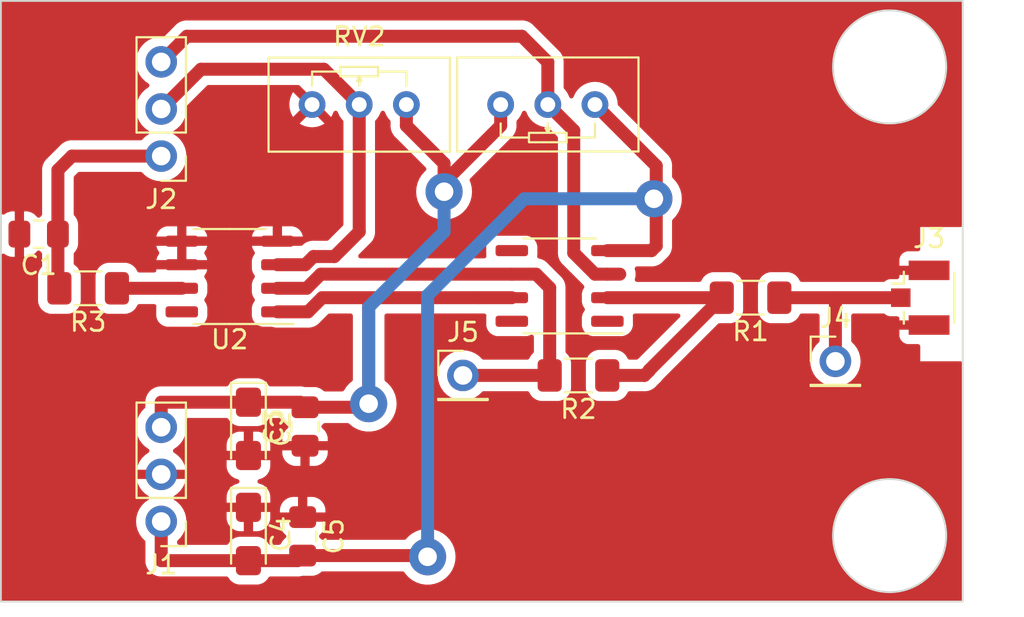
<source format=kicad_pcb>
(kicad_pcb (version 20221018) (generator pcbnew)
  (layers (0 "F.Cu" signal) (31 "B.Cu" signal) (34 "B.Paste" user) (35 "F.Paste" user) (36 "B.SilkS" user "B.Silkscreen") (37 "F.SilkS" user "F.Silkscreen") (38 "B.Mask" user) (39 "F.Mask" user) (44 "Edge.Cuts" user))
  (net 0 "")
  (net 1 "Out")
  (net 2 "GND")
  (net 3 "+5V")
  (net 4 "-5V")
  (net 5 "Pot2")
  (net 6 "Pot1")
  (net 7 "Net-(J5-Pin_1)")
  (net 8 "Net-(U1--)")
  (net 9 "Net-(R3-Pad1)")
  (net 14 "Net-(J3-In)")
  (footprint "Connector_PinHeader_2.54mm:PinHeader_1x01_P2.54mm_Vertical" (layer "F.Cu") (at 111.633 71.755)
    (fp_text reference "J5" (at 0 -2.33) (layer "F.SilkS"))
    (fp_text value "Conn_01x01_Pin")
    (fp_line (start -1.33 -1.33) (end 0 -1.33) (stroke (width 0.12)) (layer "F.SilkS"))
    (fp_line (start -1.33 0) (end -1.33 -1.33) (stroke (width 0.12)) (layer "F.SilkS"))
    (fp_line (start -1.33 1.27) (end -1.33 1.33) (stroke (width 0.12)) (layer "F.SilkS"))
    (fp_line (start -1.33 1.27) (end 1.33 1.27) (stroke (width 0.12)) (layer "F.SilkS"))
    (fp_line (start -1.33 1.33) (end 1.33 1.33) (stroke (width 0.12)) (layer "F.SilkS"))
    (fp_line (start 1.33 1.27) (end 1.33 1.33) (stroke (width 0.12)) (layer "F.SilkS"))
    (pad "1" thru_hole circle (at 0 0) (size 1.7 1.7) (drill 1) (layers "*.Cu" "*.Mask") (net 7 "Net-(J5-Pin_1)"))
  )
  (footprint "Connector_PinHeader_2.54mm:PinHeader_1x01_P2.54mm_Vertical" (layer "F.Cu") (at 131.699 70.993)
    (fp_text reference "J4" (at 0 -2.33) (layer "F.SilkS"))
    (fp_text value "Conn_01x01_Pin")
    (fp_line (start -1.33 -1.33) (end 0 -1.33) (stroke (width 0.12)) (layer "F.SilkS"))
    (fp_line (start -1.33 0) (end -1.33 -1.33) (stroke (width 0.12)) (layer "F.SilkS"))
    (fp_line (start -1.33 1.27) (end -1.33 1.33) (stroke (width 0.12)) (layer "F.SilkS"))
    (fp_line (start -1.33 1.27) (end 1.33 1.27) (stroke (width 0.12)) (layer "F.SilkS"))
    (fp_line (start -1.33 1.33) (end 1.33 1.33) (stroke (width 0.12)) (layer "F.SilkS"))
    (fp_line (start 1.33 1.27) (end 1.33 1.33) (stroke (width 0.12)) (layer "F.SilkS"))
    (pad "1" thru_hole circle (at 0 0) (size 1.7 1.7) (drill 1) (layers "*.Cu" "*.Mask") (net 14 "Net-(J3-In)"))
  )
  (footprint "PCM_Potentiometer_THT_AKL:Potentiometer_Bourns_3296W_Vertical" (layer "F.Cu") (at 108.585 57.15)
    (fp_text reference "RV2" (at -2.54 -3.66) (layer "F.SilkS"))
    (fp_text value "R_Potentiometer" hide)
    (fp_line (start -7.425 -2.53) (end -7.425 2.54) (stroke (width 0.12)) (layer "F.SilkS"))
    (fp_line (start -7.425 -2.53) (end 2.345 -2.53) (stroke (width 0.12)) (layer "F.SilkS"))
    (fp_line (start -7.425 2.54) (end 2.345 2.54) (stroke (width 0.12)) (layer "F.SilkS"))
    (fp_line (start -5.08 -1.778) (end -5.08 -1.016) (stroke (width 0.12)) (layer "F.SilkS"))
    (fp_line (start -3.556 -1.778) (end -5.08 -1.778) (stroke (width 0.12)) (layer "F.SilkS"))
    (fp_line (start -2.54 -1.524) (end -2.54 -1.016) (stroke (width 0.12)) (layer "F.SilkS"))
    (fp_line (start -1.524 -1.778) (end 0 -1.778) (stroke (width 0.12)) (layer "F.SilkS"))
    (fp_line (start 0 -1.778) (end 0 -1.016) (stroke (width 0.12)) (layer "F.SilkS"))
    (fp_line (start 2.345 -2.53) (end 2.345 2.54) (stroke (width 0.12)) (layer "F.SilkS"))
    (fp_rect (start -3.556 -2.032) (end -1.524 -1.524) (stroke (width 0.12)) (fill none) (layer "F.SilkS"))
    (fp_poly (pts (xy -2.413 -1.27) (xy -2.667 -1.27) (xy -2.54 -1.524)) (stroke (width 0.12)) (fill solid) (layer "F.SilkS"))
    (pad "1" thru_hole circle (at 0 0) (size 1.44 1.44) (drill 0.8) (layers "*.Cu" "*.Mask") (net 3 "+5V"))
    (pad "2" thru_hole circle (at -2.54 0) (size 1.44 1.44) (drill 0.8) (layers "*.Cu" "*.Mask") (net 5 "Pot2"))
    (pad "3" thru_hole circle (at -5.08 0) (size 1.44 1.44) (drill 0.8) (layers "*.Cu" "*.Mask") (net 2 "GND"))
  )
  (footprint "Capacitor_SMD:C_0805_2012Metric_Pad1.18x1.45mm_HandSolder" (layer "F.Cu") (at 88.773 64.135 180)
    (fp_text reference "C1" (at 0 -1.68) (layer "F.SilkS"))
    (fp_text value "16пф")
    (fp_line (start -0.261252 -0.735) (end 0.261252 -0.735) (stroke (width 0.12)) (layer "F.SilkS"))
    (fp_line (start -0.261252 0.735) (end 0.261252 0.735) (stroke (width 0.12)) (layer "F.SilkS"))
    (pad "1" smd roundrect (at -1.0375 0 180) (size 1.175 1.45) (layers "F.Cu" "F.Paste" "F.Mask") (roundrect_rratio 0.212766) (net 1 "Out"))
    (pad "2" smd roundrect (at 1.0375 0 180) (size 1.175 1.45) (layers "F.Cu" "F.Paste" "F.Mask") (roundrect_rratio 0.212766) (net 2 "GND"))
  )
  (footprint "Capacitor_Tantalum_SMD:CP_EIA-3216-18_Kemet-A_Pad1.58x1.35mm_HandSolder" (layer "F.Cu") (at 100.076 80.3045 -90)
    (fp_text reference "C4" (at 0 -1.75 90) (layer "F.SilkS"))
    (fp_text value "C_Polarized")
    (fp_line (start -2.485 -0.935) (end -2.485 0.935) (stroke (width 0.12)) (layer "F.SilkS"))
    (fp_line (start -2.485 0.935) (end 1.6 0.935) (stroke (width 0.12)) (layer "F.SilkS"))
    (fp_line (start 1.6 -0.935) (end -2.485 -0.935) (stroke (width 0.12)) (layer "F.SilkS"))
    (pad "1" smd roundrect (at -1.4375 0 270) (size 1.575 1.35) (layers "F.Cu" "F.Paste" "F.Mask") (roundrect_rratio 0.185185) (net 2 "GND"))
    (pad "2" smd roundrect (at 1.4375 0 270) (size 1.575 1.35) (layers "F.Cu" "F.Paste" "F.Mask") (roundrect_rratio 0.185185) (net 4 "-5V"))
  )
  (footprint "Capacitor_Tantalum_SMD:CP_EIA-3216-18_Kemet-A_Pad1.58x1.35mm_HandSolder" (layer "F.Cu") (at 100.076 74.6355 -90)
    (fp_text reference "C2" (at 0 -1.75 90) (layer "F.SilkS"))
    (fp_text value "C_Polarized")
    (fp_line (start -2.485 -0.935) (end -2.485 0.935) (stroke (width 0.12)) (layer "F.SilkS"))
    (fp_line (start -2.485 0.935) (end 1.6 0.935) (stroke (width 0.12)) (layer "F.SilkS"))
    (fp_line (start 1.6 -0.935) (end -2.485 -0.935) (stroke (width 0.12)) (layer "F.SilkS"))
    (pad "1" smd roundrect (at -1.4375 0 270) (size 1.575 1.35) (layers "F.Cu" "F.Paste" "F.Mask") (roundrect_rratio 0.185185) (net 3 "+5V"))
    (pad "2" smd roundrect (at 1.4375 0 270) (size 1.575 1.35) (layers "F.Cu" "F.Paste" "F.Mask") (roundrect_rratio 0.185185) (net 2 "GND"))
  )
  (footprint "Capacitor_SMD:C_0805_2012Metric_Pad1.18x1.45mm_HandSolder" (layer "F.Cu") (at 103.124 74.5085 90)
    (fp_text reference "C3" (at 0 -1.68 90) (layer "F.SilkS"))
    (fp_text value "C")
    (fp_line (start -0.261252 -0.735) (end 0.261252 -0.735) (stroke (width 0.12)) (layer "F.SilkS"))
    (fp_line (start -0.261252 0.735) (end 0.261252 0.735) (stroke (width 0.12)) (layer "F.SilkS"))
    (pad "1" smd roundrect (at -1.0375 0 90) (size 1.175 1.45) (layers "F.Cu" "F.Paste" "F.Mask") (roundrect_rratio 0.212766) (net 2 "GND"))
    (pad "2" smd roundrect (at 1.0375 0 90) (size 1.175 1.45) (layers "F.Cu" "F.Paste" "F.Mask") (roundrect_rratio 0.212766) (net 3 "+5V"))
  )
  (footprint "Connector_PinHeader_2.54mm:PinHeader_1x03_P2.54mm_Vertical" (layer "F.Cu") (at 95.377 79.629 180)
    (fp_text reference "J1" (at 0 -2.33) (layer "F.SilkS"))
    (fp_text value "Conn_01x03_Pin")
    (fp_line (start -1.33 -1.33) (end 0 -1.33) (stroke (width 0.12)) (layer "F.SilkS"))
    (fp_line (start -1.33 0) (end -1.33 -1.33) (stroke (width 0.12)) (layer "F.SilkS"))
    (fp_line (start -1.33 1.27) (end -1.33 6.41) (stroke (width 0.12)) (layer "F.SilkS"))
    (fp_line (start -1.33 1.27) (end 1.33 1.27) (stroke (width 0.12)) (layer "F.SilkS"))
    (fp_line (start -1.33 6.41) (end 1.33 6.41) (stroke (width 0.12)) (layer "F.SilkS"))
    (fp_line (start 1.33 1.27) (end 1.33 6.41) (stroke (width 0.12)) (layer "F.SilkS"))
    (pad "1" thru_hole circle (at 0 0 180) (size 1.7 1.7) (drill 1) (layers "*.Cu" "*.Mask") (net 4 "-5V"))
    (pad "2" thru_hole oval (at 0 2.54 180) (size 1.7 1.7) (drill 1) (layers "*.Cu" "*.Mask") (net 2 "GND"))
    (pad "3" thru_hole oval (at 0 5.08 180) (size 1.7 1.7) (drill 1) (layers "*.Cu" "*.Mask") (net 3 "+5V"))
  )
  (footprint "Capacitor_SMD:C_0805_2012Metric_Pad1.18x1.45mm_HandSolder" (layer "F.Cu") (at 102.997 80.4315 -90)
    (fp_text reference "C5" (at 0 -1.68 90) (layer "F.SilkS"))
    (fp_text value "C")
    (fp_line (start -0.261252 -0.735) (end 0.261252 -0.735) (stroke (width 0.12)) (layer "F.SilkS"))
    (fp_line (start -0.261252 0.735) (end 0.261252 0.735) (stroke (width 0.12)) (layer "F.SilkS"))
    (pad "1" smd roundrect (at -1.0375 0 270) (size 1.175 1.45) (layers "F.Cu" "F.Paste" "F.Mask") (roundrect_rratio 0.212766) (net 2 "GND"))
    (pad "2" smd roundrect (at 1.0375 0 270) (size 1.175 1.45) (layers "F.Cu" "F.Paste" "F.Mask") (roundrect_rratio 0.212766) (net 4 "-5V"))
  )
  (footprint "Connector_PinHeader_2.54mm:PinHeader_1x03_P2.54mm_Vertical" (layer "F.Cu") (at 95.377 59.929 180)
    (fp_text reference "J2" (at 0 -2.33) (layer "F.SilkS"))
    (fp_text value "Conn_01x03_Pin")
    (fp_line (start -1.33 -1.33) (end 0 -1.33) (stroke (width 0.12)) (layer "F.SilkS"))
    (fp_line (start -1.33 0) (end -1.33 -1.33) (stroke (width 0.12)) (layer "F.SilkS"))
    (fp_line (start -1.33 1.27) (end -1.33 6.41) (stroke (width 0.12)) (layer "F.SilkS"))
    (fp_line (start -1.33 1.27) (end 1.33 1.27) (stroke (width 0.12)) (layer "F.SilkS"))
    (fp_line (start -1.33 6.41) (end 1.33 6.41) (stroke (width 0.12)) (layer "F.SilkS"))
    (fp_line (start 1.33 1.27) (end 1.33 6.41) (stroke (width 0.12)) (layer "F.SilkS"))
    (pad "1" thru_hole circle (at 0 0 180) (size 1.7 1.7) (drill 1) (layers "*.Cu" "*.Mask") (net 1 "Out"))
    (pad "2" thru_hole oval (at 0 2.54 180) (size 1.7 1.7) (drill 1) (layers "*.Cu" "*.Mask") (net 5 "Pot2"))
    (pad "3" thru_hole oval (at 0 5.08 180) (size 1.7 1.7) (drill 1) (layers "*.Cu" "*.Mask") (net 6 "Pot1"))
  )
  (footprint "PCM_Potentiometer_THT_AKL:Potentiometer_Bourns_3296W_Vertical" (layer "F.Cu") (at 113.665 57.15 180)
    (fp_text reference "RV1" hide)
    (fp_text value "R_Potentiometer" hide)
    (fp_line (start -7.425 -2.53) (end -7.425 2.54) (stroke (width 0.12)) (layer "F.SilkS"))
    (fp_line (start -7.425 -2.53) (end 2.345 -2.53) (stroke (width 0.12)) (layer "F.SilkS"))
    (fp_line (start -7.425 2.54) (end 2.345 2.54) (stroke (width 0.12)) (layer "F.SilkS"))
    (fp_line (start -5.08 -1.778) (end -5.08 -1.016) (stroke (width 0.12)) (layer "F.SilkS"))
    (fp_line (start -3.556 -1.778) (end -5.08 -1.778) (stroke (width 0.12)) (layer "F.SilkS"))
    (fp_line (start -2.54 -1.524) (end -2.54 -1.016) (stroke (width 0.12)) (layer "F.SilkS"))
    (fp_line (start -1.524 -1.778) (end 0 -1.778) (stroke (width 0.12)) (layer "F.SilkS"))
    (fp_line (start 0 -1.778) (end 0 -1.016) (stroke (width 0.12)) (layer "F.SilkS"))
    (fp_line (start 2.345 -2.53) (end 2.345 2.54) (stroke (width 0.12)) (layer "F.SilkS"))
    (fp_rect (start -3.556 -2.032) (end -1.524 -1.524) (stroke (width 0.12)) (fill none) (layer "F.SilkS"))
    (fp_poly (pts (xy -2.413 -1.27) (xy -2.667 -1.27) (xy -2.54 -1.524)) (stroke (width 0.12)) (fill solid) (layer "F.SilkS"))
    (pad "1" thru_hole circle (at 0 0 180) (size 1.44 1.44) (drill 0.8) (layers "*.Cu" "*.Mask") (net 3 "+5V"))
    (pad "2" thru_hole circle (at -2.54 0 180) (size 1.44 1.44) (drill 0.8) (layers "*.Cu" "*.Mask") (net 6 "Pot1"))
    (pad "3" thru_hole circle (at -5.08 0 180) (size 1.44 1.44) (drill 0.8) (layers "*.Cu" "*.Mask") (net 4 "-5V"))
  )
  (footprint "Package_SO:SO-8_3.9x4.9mm_P1.27mm" (layer "F.Cu") (at 99.06 66.421 180)
    (fp_text reference "U2" (at 0 -3.4) (layer "F.SilkS"))
    (fp_text value "AD8611ARZ")
    (fp_line (start 0 -2.56) (end -3.45 -2.56) (stroke (width 0.12)) (layer "F.SilkS"))
    (fp_line (start 0 -2.56) (end 1.95 -2.56) (stroke (width 0.12)) (layer "F.SilkS"))
    (fp_line (start 0 2.56) (end -1.95 2.56) (stroke (width 0.12)) (layer "F.SilkS"))
    (fp_line (start 0 2.56) (end 1.95 2.56) (stroke (width 0.12)) (layer "F.SilkS"))
    (pad "1" smd roundrect (at -2.575 -1.905 180) (size 1.75 0.6) (layers "F.Cu" "F.Paste" "F.Mask") (net 3 "+5V"))
    (pad "2" smd roundrect (at -2.575 -0.635 180) (size 1.75 0.6) (layers "F.Cu" "F.Paste" "F.Mask") (net 7 "Net-(J5-Pin_1)"))
    (pad "3" smd roundrect (at -2.575 0.635 180) (size 1.75 0.6) (layers "F.Cu" "F.Paste" "F.Mask") (net 5 "Pot2"))
    (pad "4" smd roundrect (at -2.575 1.905 180) (size 1.75 0.6) (layers "F.Cu" "F.Paste" "F.Mask") (net 2 "GND"))
    (pad "5" smd roundrect (at 2.575 1.905 180) (size 1.75 0.6) (layers "F.Cu" "F.Paste" "F.Mask") (net 2 "GND"))
    (pad "6" smd roundrect (at 2.575 0.635 180) (size 1.75 0.6) (layers "F.Cu" "F.Paste" "F.Mask") (net 2 "GND"))
    (pad "7" smd roundrect (at 2.575 -0.635 180) (size 1.75 0.6) (layers "F.Cu" "F.Paste" "F.Mask") (net 9 "Net-(R3-Pad1)"))
    (pad "8" smd roundrect (at 2.575 -1.905 180) (size 1.75 0.6) (layers "F.Cu" "F.Paste" "F.Mask"))
  )
  (footprint "Package_SO:SO-8_3.9x4.9mm_P1.27mm" (layer "F.Cu") (at 116.84 66.929 180)
    (fp_text reference "U1" hide)
    (fp_text value "AD8055AR")
    (fp_line (start 0 -2.56) (end -3.45 -2.56) (stroke (width 0.12)) (layer "F.SilkS"))
    (fp_line (start 0 -2.56) (end 1.95 -2.56) (stroke (width 0.12)) (layer "F.SilkS"))
    (fp_line (start 0 2.56) (end -1.95 2.56) (stroke (width 0.12)) (layer "F.SilkS"))
    (fp_line (start 0 2.56) (end 1.95 2.56) (stroke (width 0.12)) (layer "F.SilkS"))
    (pad "1" smd roundrect (at -2.575 -1.905 180) (size 1.75 0.6) (layers "F.Cu" "F.Paste" "F.Mask"))
    (pad "2" smd roundrect (at -2.575 -0.635 180) (size 1.75 0.6) (layers "F.Cu" "F.Paste" "F.Mask") (net 8 "Net-(U1--)"))
    (pad "3" smd roundrect (at -2.575 0.635 180) (size 1.75 0.6) (layers "F.Cu" "F.Paste" "F.Mask") (net 6 "Pot1"))
    (pad "4" smd roundrect (at -2.575 1.905 180) (size 1.75 0.6) (layers "F.Cu" "F.Paste" "F.Mask") (net 4 "-5V"))
    (pad "5" smd roundrect (at 2.575 1.905 180) (size 1.75 0.6) (layers "F.Cu" "F.Paste" "F.Mask"))
    (pad "6" smd roundrect (at 2.575 0.635 180) (size 1.75 0.6) (layers "F.Cu" "F.Paste" "F.Mask") (net 7 "Net-(J5-Pin_1)"))
    (pad "7" smd roundrect (at 2.575 -0.635 180) (size 1.75 0.6) (layers "F.Cu" "F.Paste" "F.Mask") (net 3 "+5V"))
    (pad "8" smd roundrect (at 2.575 -1.905 180) (size 1.75 0.6) (layers "F.Cu" "F.Paste" "F.Mask"))
  )
  (footprint "Resistor_SMD:R_1206_3216Metric_Pad1.30x1.75mm_HandSolder" (layer "F.Cu") (at 91.44 67.056 180)
    (fp_text reference "R3" (at 0 -1.82) (layer "F.SilkS"))
    (fp_text value "10KОм")
    (fp_line (start -0.727064 -0.91) (end 0.727064 -0.91) (stroke (width 0.12)) (layer "F.SilkS"))
    (fp_line (start -0.727064 0.91) (end 0.727064 0.91) (stroke (width 0.12)) (layer "F.SilkS"))
    (pad "1" smd roundrect (at -1.55 0 180) (size 1.3 1.75) (layers "F.Cu" "F.Paste" "F.Mask") (roundrect_rratio 0.192308) (net 9 "Net-(R3-Pad1)"))
    (pad "2" smd roundrect (at 1.55 0 180) (size 1.3 1.75) (layers "F.Cu" "F.Paste" "F.Mask") (roundrect_rratio 0.192308) (net 1 "Out"))
  )
  (footprint "Connector_Coaxial:U.FL_Hirose_U.FL-R-SMT-1_Vertical" (layer "F.Cu") (at 136.271 67.564)
    (fp_text reference "J3" (at 0.475 -3.2) (layer "F.SilkS"))
    (fp_text value "Conn_Coaxial")
    (fp_line (start -0.885 -1.4) (end -0.885 -0.76) (stroke (width 0.12)) (layer "F.SilkS"))
    (fp_line (start -0.885 -0.76) (end -1.515 -0.76) (stroke (width 0.12)) (layer "F.SilkS"))
    (fp_line (start -0.885 1.4) (end -0.885 0.76) (stroke (width 0.12)) (layer "F.SilkS"))
    (fp_line (start 1.835 -1.35) (end 1.835 1.35) (stroke (width 0.12)) (layer "F.SilkS"))
    (pad "1" smd rect (at -1.05 0) (size 1.05 1) (layers "F.Cu" "F.Paste" "F.Mask") (net 14 "Net-(J3-In)"))
    (pad "2" smd rect (at 0.475 -1.475) (size 2.2 1.05) (layers "F.Cu" "F.Paste" "F.Mask") (net 2 "GND"))
    (pad "2" smd rect (at 0.475 1.475) (size 2.2 1.05) (layers "F.Cu" "F.Paste" "F.Mask") (net 2 "GND"))
  )
  (footprint "Resistor_SMD:R_1206_3216Metric_Pad1.30x1.75mm_HandSolder" (layer "F.Cu") (at 127.127 67.564 180)
    (fp_text reference "R1" (at 0 -1.82) (layer "F.SilkS"))
    (fp_text value "R")
    (fp_line (start -0.727064 -0.91) (end 0.727064 -0.91) (stroke (width 0.12)) (layer "F.SilkS"))
    (fp_line (start -0.727064 0.91) (end 0.727064 0.91) (stroke (width 0.12)) (layer "F.SilkS"))
    (pad "1" smd roundrect (at -1.55 0 180) (size 1.3 1.75) (layers "F.Cu" "F.Paste" "F.Mask") (roundrect_rratio 0.192308) (net 14 "Net-(J3-In)"))
    (pad "2" smd roundrect (at 1.55 0 180) (size 1.3 1.75) (layers "F.Cu" "F.Paste" "F.Mask") (roundrect_rratio 0.192308) (net 8 "Net-(U1--)"))
  )
  (footprint "Resistor_SMD:R_1206_3216Metric_Pad1.30x1.75mm_HandSolder" (layer "F.Cu") (at 117.856 71.755 180)
    (fp_text reference "R2" (at 0 -1.82) (layer "F.SilkS"))
    (fp_text value "R")
    (fp_line (start -0.727064 -0.91) (end 0.727064 -0.91) (stroke (width 0.12)) (layer "F.SilkS"))
    (fp_line (start -0.727064 0.91) (end 0.727064 0.91) (stroke (width 0.12)) (layer "F.SilkS"))
    (pad "1" smd roundrect (at -1.55 0 180) (size 1.3 1.75) (layers "F.Cu" "F.Paste" "F.Mask") (roundrect_rratio 0.192308) (net 8 "Net-(U1--)"))
    (pad "2" smd roundrect (at 1.55 0 180) (size 1.3 1.75) (layers "F.Cu" "F.Paste" "F.Mask") (roundrect_rratio 0.192308) (net 7 "Net-(J5-Pin_1)"))
  )
  (gr_circle (center 134.62 80.391) (end 134.493 77.343) (stroke (width 0.1)) (fill none) (layer "Edge.Cuts"))
  (gr_circle (center 134.62 55.118) (end 134.747 52.07) (stroke (width 0.1)) (fill none) (layer "Edge.Cuts"))
  (gr_rect (start 86.741 51.562) (end 138.557 83.947) (stroke (width 0.1)) (fill none) (layer "Edge.Cuts"))
  (segment (start 95.377 59.929) (end 90.566 59.929) (width 0.7) (layer "F.Cu") (net 1))
  (segment (start 89.9375 67.1035) (end 89.89 67.056) (width 0.7) (layer "F.Cu") (net 1))
  (segment (start 89.8105 64.135) (end 89.8105 66.9765) (width 0.7) (layer "F.Cu") (net 1))
  (segment (start 89.8105 64.135) (end 89.8105 60.6845) (width 0.7) (layer "F.Cu") (net 1))
  (segment (start 89.8105 66.9765) (end 89.89 67.056) (width 0.7) (layer "F.Cu") (net 1))
  (segment (start 90.566 59.929) (end 89.8105 60.6845) (width 0.7) (layer "F.Cu") (net 1))
  (segment (start 100.03 73.152) (end 100.076 73.198) (width 0.7) (layer "F.Cu") (net 3))
  (segment (start 110.617 61.341) (end 113.665 58.293) (width 0.7) (layer "F.Cu") (net 3))
  (segment (start 108.585 58.293) (end 108.585 57.15) (width 0.7) (layer "F.Cu") (net 3))
  (segment (start 99.979 73.101) (end 100.076 73.198) (width 0.7) (layer "F.Cu") (net 3))
  (segment (start 103.124 73.471) (end 106.361 73.471) (width 0.7) (layer "F.Cu") (net 3))
  (segment (start 110.617 61.849) (end 110.617 60.325) (width 0.7) (layer "F.Cu") (net 3))
  (segment (start 112.5005 67.564) (end 104.048 67.564) (width 0.7) (layer "F.Cu") (net 3))
  (segment (start 95.377 73.198) (end 95.377 74.168) (width 0.7) (layer "F.Cu") (net 3))
  (segment (start 104.048 67.564) (end 103.286 68.326) (width 0.7) (layer "F.Cu") (net 3))
  (segment (start 110.617 60.325) (end 108.585 58.293) (width 0.7) (layer "F.Cu") (net 3))
  (segment (start 102.851 73.198) (end 103.124 73.471) (width 0.7) (layer "F.Cu") (net 3))
  (segment (start 114.265 67.564) (end 112.5005 67.564) (width 0.7) (layer "F.Cu") (net 3))
  (segment (start 106.361 73.471) (end 106.553 73.279) (width 0.7) (layer "F.Cu") (net 3))
  (segment (start 100.076 73.198) (end 95.377 73.198) (width 0.7) (layer "F.Cu") (net 3))
  (segment (start 113.665 58.293) (end 113.665 57.15) (width 0.7) (layer "F.Cu") (net 3))
  (segment (start 106.553 67.818) (end 106.553 73.279) (width 0.7) (layer "F.Cu") (net 3))
  (segment (start 100.076 73.198) (end 102.851 73.198) (width 0.7) (layer "F.Cu") (net 3))
  (segment (start 103.286 68.326) (end 101.635 68.326) (width 0.7) (layer "F.Cu") (net 3))
  (segment (start 110.617 61.849) (end 110.617 61.341) (width 0.7) (layer "F.Cu") (net 3))
  (segment (start 106.807 67.564) (end 106.553 67.818) (width 0.7) (layer "F.Cu") (net 3))
  (segment (start 100.349 73.471) (end 100.076 73.198) (width 0.7) (layer "F.Cu") (net 3))
  (via (at 110.617 61.849) (size 2) (drill 1) (layers "F.Cu" "B.Cu") (net 3))
  (via (at 106.553 73.279) (size 2) (drill 1) (layers "F.Cu" "B.Cu") (net 3))
  (segment (start 110.617 64.008) (end 110.617 61.849) (width 0.7) (layer "B.Cu") (net 3))
  (segment (start 106.553 73.279) (end 106.553 68.072) (width 0.7) (layer "B.Cu") (net 3))
  (segment (start 106.553 68.072) (end 110.617 64.008) (width 0.7) (layer "B.Cu") (net 3))
  (segment (start 122.047 62.103) (end 121.92 62.23) (width 0.7) (layer "F.Cu") (net 4))
  (segment (start 122.047 64.77) (end 121.793 65.024) (width 0.7) (layer "F.Cu") (net 4))
  (segment (start 121.92 62.23) (end 122.047 62.357) (width 0.7) (layer "F.Cu") (net 4))
  (segment (start 95.377 79.629) (end 95.377 81.742) (width 0.7) (layer "F.Cu") (net 4))
  (segment (start 102.997 81.469) (end 109.663 81.469) (width 0.7) (layer "F.Cu") (net 4))
  (segment (start 122.047 62.357) (end 122.047 64.77) (width 0.7) (layer "F.Cu") (net 4))
  (segment (start 121.793 65.024) (end 119.415 65.024) (width 0.7) (layer "F.Cu") (net 4))
  (segment (start 109.663 81.469) (end 109.728 81.534) (width 0.7) (layer "F.Cu") (net 4))
  (segment (start 100.349 81.469) (end 100.076 81.742) (width 0.7) (layer "F.Cu") (net 4))
  (segment (start 102.724 81.742) (end 102.997 81.469) (width 0.7) (layer "F.Cu") (net 4))
  (segment (start 100.076 81.742) (end 102.724 81.742) (width 0.7) (layer "F.Cu") (net 4))
  (segment (start 122.047 60.452) (end 122.047 62.103) (width 0.7) (layer "F.Cu") (net 4))
  (segment (start 118.745 57.15) (end 122.047 60.452) (width 0.7) (layer "F.Cu") (net 4))
  (segment (start 95.377 81.742) (end 100.076 81.742) (width 0.7) (layer "F.Cu") (net 4))
  (via (at 121.92 62.23) (size 2) (drill 1) (layers "F.Cu" "B.Cu") (net 4))
  (via (at 109.728 81.534) (size 2) (drill 1) (layers "F.Cu" "B.Cu") (net 4))
  (segment (start 114.935 62.23) (end 121.92 62.23) (width 0.7) (layer "B.Cu") (net 4))
  (segment (start 109.728 81.534) (end 109.728 67.437) (width 0.7) (layer "B.Cu") (net 4))
  (segment (start 109.728 67.437) (end 114.935 62.23) (width 0.7) (layer "B.Cu") (net 4))
  (segment (start 104.709 65.344) (end 106.045 64.008) (width 0.7) (layer "F.Cu") (net 5))
  (segment (start 106.045 64.008) (end 106.045 57.15) (width 0.7) (layer "F.Cu") (net 5))
  (segment (start 103.580994 65.344) (end 104.709 65.344) (width 0.7) (layer "F.Cu") (net 5))
  (segment (start 101.635 65.786) (end 103.138994 65.786) (width 0.7) (layer "F.Cu") (net 5))
  (segment (start 103.138994 65.786) (end 103.580994 65.344) (width 0.7) (layer "F.Cu") (net 5))
  (segment (start 97.521 55.245) (end 95.377 57.389) (width 0.7) (layer "F.Cu") (net 5))
  (segment (start 106.045 57.15) (end 104.14 55.245) (width 0.7) (layer "F.Cu") (net 5))
  (segment (start 104.14 55.245) (end 97.521 55.245) (width 0.7) (layer "F.Cu") (net 5))
  (segment (start 96.759 53.467) (end 95.377 54.849) (width 0.7) (layer "F.Cu") (net 6))
  (segment (start 117.602 58.547) (end 117.602 65.151) (width 0.7) (layer "F.Cu") (net 6))
  (segment (start 114.808 53.467) (end 96.759 53.467) (width 0.7) (layer "F.Cu") (net 6))
  (segment (start 116.205 54.864) (end 114.808 53.467) (width 0.7) (layer "F.Cu") (net 6))
  (segment (start 116.205 57.15) (end 117.602 58.547) (width 0.7) (layer "F.Cu") (net 6))
  (segment (start 118.745 66.294) (end 119.415 66.294) (width 0.7) (layer "F.Cu") (net 6))
  (segment (start 119.415 66.294) (end 120.08066 66.294) (width 0.7) (layer "F.Cu") (net 6))
  (segment (start 116.205 57.15) (end 116.205 54.864) (width 0.7) (layer "F.Cu") (net 6))
  (segment (start 117.602 65.151) (end 118.745 66.294) (width 0.7) (layer "F.Cu") (net 6))
  (segment (start 114.265 66.294) (end 103.974497 66.294) (width 0.7) (layer "F.Cu") (net 7))
  (segment (start 116.306 67.03) (end 116.306 71.755) (width 0.7) (layer "F.Cu") (net 7))
  (segment (start 103.212497 67.056) (end 101.635 67.056) (width 0.7) (layer "F.Cu") (net 7))
  (segment (start 114.265 66.294) (end 115.57 66.294) (width 0.7) (layer "F.Cu") (net 7))
  (segment (start 115.57 66.294) (end 116.306 67.03) (width 0.7) (layer "F.Cu") (net 7))
  (segment (start 103.974497 66.294) (end 103.212497 67.056) (width 0.7) (layer "F.Cu") (net 7))
  (segment (start 116.306 71.755) (end 111.633 71.755) (width 0.7) (layer "F.Cu") (net 7))
  (segment (start 121.666 71.475) (end 121.666 71.501) (width 0.7) (layer "F.Cu") (net 8))
  (segment (start 125.577 67.564) (end 121.666 71.475) (width 0.7) (layer "F.Cu") (net 8))
  (segment (start 121.412 71.755) (end 119.406 71.755) (width 0.7) (layer "F.Cu") (net 8))
  (segment (start 121.666 71.501) (end 121.412 71.755) (width 0.7) (layer "F.Cu") (net 8))
  (segment (start 125.577 67.564) (end 119.415 67.564) (width 0.7) (layer "F.Cu") (net 8))
  (segment (start 96.485 67.056) (end 92.99 67.056) (width 0.7) (layer "F.Cu") (net 9))
  (segment (start 128.677 67.564) (end 131.572 67.564) (width 0.7) (layer "F.Cu") (net 14))
  (segment (start 131.699 67.691) (end 131.572 67.564) (width 0.7) (layer "F.Cu") (net 14))
  (segment (start 131.699 70.993) (end 131.699 67.691) (width 0.7) (layer "F.Cu") (net 14))
  (segment (start 135.221 67.564) (end 131.572 67.564) (width 0.7) (layer "F.Cu") (net 14))
  (zone (net 2) (net_name "GND") (layer "F.Cu") (connect_pads (clearance 0.5)) (min_thickness 0.25) (fill yes (thermal_gap 0.5) (thermal_bridge_width 0.5))
    (polygon (pts (xy 136.271 70.993) (xy 138.557 70.993) (xy 138.557 83.947) (xy 86.741 83.947) (xy 86.741 51.562) (xy 138.557 51.562) (xy 138.557 63.754) (xy 136.271 63.754) (xy 136.271 66.167)))
  )
)
</source>
